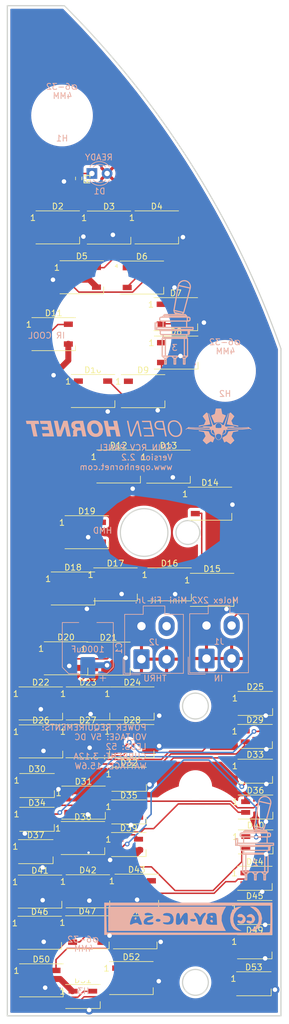
<source format=kicad_pcb>
(kicad_pcb (version 20211014) (generator pcbnew)
  (layers (0 "F.Cu" signal) (31 "B.Cu" signal) (34 "B.Paste" user) (35 "F.Paste" user) (36 "B.SilkS" user "B.Silkscreen") (37 "F.SilkS" user "F.Silkscreen") (38 "B.Mask" user) (39 "F.Mask" user) (44 "Edge.Cuts" user))
  (net 0 "")
  (net 1 "/LEDGND")
  (net 2 "/LED+5V")
  (net 3 "Net-(D1-Pad1)")
  (net 4 "Net-(D2-Pad2)")
  (net 5 "/DATAIN")
  (net 6 "Net-(D3-Pad2)")
  (net 7 "Net-(D4-Pad2)")
  (net 8 "Net-(D5-Pad2)")
  (net 9 "Net-(D6-Pad2)")
  (net 10 "Net-(D7-Pad2)")
  (net 11 "Net-(D8-Pad2)")
  (net 12 "Net-(D10-Pad4)")
  (net 13 "Net-(D10-Pad2)")
  (net 14 "Net-(D11-Pad2)")
  (net 15 "Net-(D12-Pad2)")
  (net 16 "Net-(D14-Pad2)")
  (net 17 "Net-(D15-Pad2)")
  (net 18 "Net-(D16-Pad2)")
  (net 19 "Net-(D17-Pad2)")
  (net 20 "Net-(D18-Pad2)")
  (net 21 "Net-(D19-Pad2)")
  (net 22 "Net-(D20-Pad2)")
  (net 23 "Net-(D21-Pad2)")
  (net 24 "Net-(D22-Pad2)")
  (net 25 "Net-(D23-Pad2)")
  (net 26 "Net-(D24-Pad2)")
  (net 27 "Net-(D26-Pad2)")
  (net 28 "Net-(D27-Pad2)")
  (net 29 "Net-(D28-Pad2)")
  (net 30 "Net-(D29-Pad2)")
  (net 31 "Net-(D30-Pad2)")
  (net 32 "Net-(D31-Pad2)")
  (net 33 "Net-(D32-Pad2)")
  (net 34 "Net-(D33-Pad2)")
  (net 35 "Net-(D34-Pad2)")
  (net 36 "Net-(D35-Pad2)")
  (net 37 "Net-(D36-Pad2)")
  (net 38 "/DATAOUT")
  (net 39 "Net-(D38-Pad2)")
  (net 40 "Net-(D39-Pad2)")
  (net 41 "Net-(D40-Pad2)")
  (net 42 "Net-(D41-Pad2)")
  (net 43 "Net-(D42-Pad2)")
  (net 44 "Net-(D43-Pad2)")
  (net 45 "Net-(D44-Pad2)")
  (net 46 "Net-(D45-Pad2)")
  (net 47 "Net-(D46-Pad2)")
  (net 48 "Net-(D47-Pad2)")
  (net 49 "Net-(D48-Pad2)")
  (net 50 "Net-(D50-Pad2)")
  (net 51 "Net-(D51-Pad2)")
  (net 52 "Net-(D52-Pad2)")
  (net 53 "Net-(D53-Pad2)")
  (net 54 "Net-(D13-Pad2)")
  (net 55 "Net-(D25-Pad2)")
  (net 56 "Net-(D37-Pad2)")
  (net 57 "Net-(D49-Pad2)")
  (footprint "OH_Footprints:LED_WS2812B_PLCC4_5.0x5.0mm_P3.2mm" (layer "F.Cu") (at 239.051 30.4798)
    (fp_text reference "D2")
    (fp_text value "WS2812B")
  )
  (footprint "OH_Footprints:LED_WS2812B_PLCC4_5.0x5.0mm_P3.2mm" (layer "F.Cu") (at 247.611 30.5056)
    (fp_text reference "D3")
    (fp_text value "WS2812B")
  )
  (footprint "OH_Footprints:LED_WS2812B_PLCC4_5.0x5.0mm_P3.2mm" (layer "F.Cu") (at 255.589 30.4802)
    (fp_text reference "D4")
    (fp_text value "WS2812B")
  )
  (footprint "OH_Footprints:LED_WS2812B_PLCC4_5.0x5.0mm_P3.2mm" (layer "F.Cu") (at 243.066 38.7856)
    (fp_text reference "D5")
    (fp_text value "WS2812B")
  )
  (footprint "OH_Footprints:LED_WS2812B_PLCC4_5.0x5.0mm_P3.2mm" (layer "F.Cu") (at 253.099 38.8368)
    (fp_text reference "D6")
    (fp_text value "WS2812B")
  )
  (footprint "OH_Footprints:LED_WS2812B_PLCC4_5.0x5.0mm_P3.2mm" (layer "F.Cu") (at 258.775 44.9326)
    (fp_text reference "D7")
    (fp_text value "WS2812B")
  )
  (footprint "OH_Footprints:LED_WS2812B_PLCC4_5.0x5.0mm_P3.2mm" (layer "F.Cu") (at 258.838 51.3336)
    (fp_text reference "D8")
    (fp_text value "WS2812B")
  )
  (footprint "OH_Footprints:LED_WS2812B_PLCC4_5.0x5.0mm_P3.2mm" (layer "F.Cu") (at 253.303 57.7598)
    (fp_text reference "D9")
    (fp_text value "WS2812B")
  )
  (footprint "OH_Footprints:LED_WS2812B_PLCC4_5.0x5.0mm_P3.2mm" (layer "F.Cu") (at 244.944 57.734)
    (fp_text reference "D10")
    (fp_text value "WS2812B")
  )
  (footprint "OH_Footprints:LED_WS2812B_PLCC4_5.0x5.0mm_P3.2mm" (layer "F.Cu") (at 238.367 48.2598)
    (fp_text reference "D11")
    (fp_text value "WS2812B")
  )
  (footprint "OH_Footprints:LED_WS2812B_PLCC4_5.0x5.0mm_P3.2mm" (layer "F.Cu") (at 249.213 70.307)
    (fp_text reference "D12")
    (fp_text value "WS2812B")
  )
  (footprint "OH_Footprints:LED_WS2812B_PLCC4_5.0x5.0mm_P3.2mm" (layer "F.Cu") (at 257.544 70.3324)
    (fp_text reference "D13")
    (fp_text value "WS2812B")
  )
  (footprint "OH_Footprints:LED_WS2812B_PLCC4_5.0x5.0mm_P3.2mm" (layer "F.Cu") (at 264.479 76.5046)
    (fp_text reference "D14")
    (fp_text value "WS2812B")
  )
  (footprint "OH_Footprints:LED_WS2812B_PLCC4_5.0x5.0mm_P3.2mm" (layer "F.Cu") (at 264.834 90.8556)
    (fp_text reference "D15")
    (fp_text value "WS2812B")
  )
  (footprint "OH_Footprints:LED_WS2812B_PLCC4_5.0x5.0mm_P3.2mm" (layer "F.Cu") (at 257.73 89.95)
    (fp_text reference "D16")
    (fp_text value "WS2812B")
  )
  (footprint "OH_Footprints:LED_WS2812B_PLCC4_5.0x5.0mm_P3.2mm" (layer "F.Cu") (at 248.69 89.95)
    (fp_text reference "D17")
    (fp_text value "WS2812B")
  )
  (footprint "OH_Footprints:LED_WS2812B_PLCC4_5.0x5.0mm_P3.2mm" (layer "F.Cu") (at 241.593 90.627)
    (fp_text reference "D18")
    (fp_text value "WS2812B")
  )
  (footprint "OH_Footprints:LED_WS2812B_PLCC4_5.0x5.0mm_P3.2mm" (layer "F.Cu") (at 243.902 81.2544)
    (fp_text reference "D19")
    (fp_text value "WS2812B")
  )
  (footprint "OH_Footprints:LED_WS2812B_PLCC4_5.0x5.0mm_P3.2mm" (layer "F.Cu") (at 240.425 102.26)
    (fp_text reference "D20")
    (fp_text value "WS2812B")
  )
  (footprint "OH_Footprints:LED_WS2812B_PLCC4_5.0x5.0mm_P3.2mm" (layer "F.Cu") (at 247.511 102.311)
    (fp_text reference "D21")
    (fp_text value "WS2812B")
  )
  (footprint "OH_Footprints:LED_WS2812B_PLCC4_5.0x5.0mm_P3.2mm" (layer "F.Cu") (at 236.208 109.779)
    (fp_text reference "D22")
    (fp_text value "WS2812B")
  )
  (footprint "OH_Footprints:LED_WS2812B_PLCC4_5.0x5.0mm_P3.2mm" (layer "F.Cu") (at 244.094 109.779)
    (fp_text reference "D23")
    (fp_text value "WS2812B")
  )
  (footprint "OH_Footprints:LED_WS2812B_PLCC4_5.0x5.0mm_P3.2mm" (layer "F.Cu") (at 251.499 109.779)
    (fp_text reference "D24")
    (fp_text value "WS2812B")
  )
  (footprint "OH_Footprints:LED_WS2812B-MINI_PLCC4_3.5x3.5mm_P1.75mm" (layer "F.Cu") (at 272.05 109.775)
    (fp_text reference "D25")
    (fp_text value "WS2812B")
  )
  (footprint "OH_Footprints:LED_WS2812B_PLCC4_5.0x5.0mm_P3.2mm" (layer "F.Cu") (at 236.234 116.103)
    (fp_text reference "D26")
    (fp_text value "WS2812B")
  )
  (footprint "OH_Footprints:LED_WS2812B_PLCC4_5.0x5.0mm_P3.2mm" (layer "F.Cu") (at 244.057 116.078)
    (fp_text reference "D27")
    (fp_text value "WS2812B")
  )
  (footprint "OH_Footprints:LED_WS2812B_PLCC4_5.0x5.0mm_P3.2mm" (layer "F.Cu") (at 251.474 116.053)
    (fp_text reference "D28")
    (fp_text value "WS2812B")
  )
  (footprint "OH_Footprints:LED_WS2812B-MINI_PLCC4_3.5x3.5mm_P1.75mm" (layer "F.Cu") (at 272.006 115.277)
    (fp_text reference "D29")
    (fp_text value "WS2812B")
  )
  (footprint "OH_Footprints:LED_WS2812B-MINI_PLCC4_3.5x3.5mm_P1.75mm" (layer "F.Cu") (at 235.588 123.455)
    (fp_text reference "D30")
    (fp_text value "WS2812B")
  )
  (footprint "OH_Footprints:LED_WS2812B_PLCC4_5.0x5.0mm_P3.2mm" (layer "F.Cu") (at 243.35 126.3)
    (fp_text reference "D31")
    (fp_text value "WS2812B")
  )
  (footprint "OH_Footprints:LED_WS2812B-MINI_PLCC4_3.5x3.5mm_P1.75mm" (layer "F.Cu") (at 250.955 122.414)
    (fp_text reference "D32")
    (fp_text value "WS2812B")
  )
  (footprint "OH_Footprints:LED_WS2812B-MINI_PLCC4_3.5x3.5mm_P1.75mm" (layer "F.Cu") (at 272.037 121.068)
    (fp_text reference "D33")
    (fp_text value "WS2812B")
  )
  (footprint "OH_Footprints:LED_WS2812B-MINI_PLCC4_3.5x3.5mm_P1.75mm" (layer "F.Cu") (at 235.573 129.083)
    (fp_text reference "D34")
    (fp_text value "WS2812B")
  )
  (footprint "OH_Footprints:LED_WS2812B-MINI_PLCC4_3.5x3.5mm_P1.75mm" (layer "F.Cu") (at 250.929 127.85)
    (fp_text reference "D35")
    (fp_text value "WS2812B")
  )
  (footprint "OH_Footprints:LED_WS2812B-MINI_PLCC4_3.5x3.5mm_P1.75mm" (layer "F.Cu") (at 272.087 127.037)
    (fp_text reference "D36")
    (fp_text value "WS2812B")
  )
  (footprint "OH_Footprints:LED_WS2812B-MINI_PLCC4_3.5x3.5mm_P1.75mm" (layer "F.Cu") (at 235.368 134.467)
    (fp_text reference "D37")
    (fp_text value "WS2812B")
  )
  (footprint "OH_Footprints:R_0603_1608Metric" (layer "F.Cu") (at 242.545 22.3266 -90)
    (fp_text reference "R1")
    (fp_text value "R")
  )
  (footprint "OH_Footprints:LED_WS2812B_PLCC4_5.0x5.0mm_P3.2mm" (layer "F.Cu") (at 243.25 132.2)
    (fp_text reference "D38")
    (fp_text value "WS2812B")
  )
  (footprint "OH_Footprints:LED_WS2812B-MINI_PLCC4_3.5x3.5mm_P1.75mm" (layer "F.Cu") (at 250.904 133.285)
    (fp_text reference "D39")
    (fp_text value "WS2812B")
  )
  (footprint "OH_Footprints:LED_WS2812B-MINI_PLCC4_3.5x3.5mm_P1.75mm" (layer "F.Cu") (at 272.11 132.842)
    (fp_text reference "D40")
    (fp_text value "WS2812B")
  )
  (footprint "OH_Footprints:LED_WS2812B_PLCC4_5.0x5.0mm_P3.2mm" (layer "F.Cu") (at 236.081 141.122)
    (fp_text reference "D41")
    (fp_text value "WS2812B")
  )
  (footprint "OH_Footprints:LED_WS2812B_PLCC4_5.0x5.0mm_P3.2mm" (layer "F.Cu") (at 244.08 141.071)
    (fp_text reference "D42")
    (fp_text value "WS2812B")
  )
  (footprint "OH_Footprints:LED_WS2812B_PLCC4_5.0x5.0mm_P3.2mm" (layer "F.Cu") (at 252.247 140.97)
    (fp_text reference "D43")
    (fp_text value "WS2812B")
  )
  (footprint "OH_Footprints:LED_WS2812B-MINI_PLCC4_3.5x3.5mm_P1.75mm" (layer "F.Cu") (at 271.972 138.912)
    (fp_text reference "D44")
    (fp_text value "WS2812B")
  )
  (footprint "OH_Footprints:LED_WS2812B-MINI_PLCC4_3.5x3.5mm_P1.75mm" (layer "F.Cu") (at 271.958 144.602)
    (fp_text reference "D45")
    (fp_text value "WS2812B")
  )
  (footprint "OH_Footprints:LED_WS2812B_PLCC4_5.0x5.0mm_P3.2mm" (layer "F.Cu") (at 236.028 147.981)
    (fp_text reference "D46")
    (fp_text value "WS2812B")
  )
  (footprint "OH_Footprints:LED_WS2812B_PLCC4_5.0x5.0mm_P3.2mm" (layer "F.Cu") (at 243.981 147.904)
    (fp_text reference "D47")
    (fp_text value "WS2812B")
  )
  (footprint "OH_Footprints:LED_WS2812B_PLCC4_5.0x5.0mm_P3.2mm" (layer "F.Cu") (at 251.982 147.904)
    (fp_text reference "D48")
    (fp_text value "WS2812B")
  )
  (footprint "OH_Footprints:LED_WS2812B-MINI_PLCC4_3.5x3.5mm_P1.75mm" (layer "F.Cu") (at 271.946 150.317)
    (fp_text reference "D49")
    (fp_text value "WS2812B")
  )
  (footprint "OH_Footprints:LED_WS2812B_PLCC4_5.0x5.0mm_P3.2mm" (layer "F.Cu") (at 236.308 155.905)
    (fp_text reference "D50")
    (fp_text value "WS2812B")
  )
  (footprint "OH_Footprints:LED_WS2812B-MINI_PLCC4_3.5x3.5mm_P1.75mm" (layer "F.Cu") (at 243.244 158.597)
    (fp_text reference "D51")
    (fp_text value "WS2812B")
  )
  (footprint "OH_Footprints:LED_WS2812B_PLCC4_5.0x5.0mm_P3.2mm" (layer "F.Cu") (at 251.347 155.524)
    (fp_text reference "D52")
    (fp_text value "WS2812B")
  )
  (footprint "OH_Footprints:LED_WS2812B-MINI_PLCC4_3.5x3.5mm_P1.75mm" (layer "F.Cu") (at 271.808 156.475)
    (fp_text reference "D53")
    (fp_text value "WS2812B")
  )
  (footprint "Kicad Footprint Files:100SpxToggle" (layer "F.Cu") (at 259.131 47.6504)
    (fp_text reference "G1" hide)
    (fp_text value "LOGO" hide)
  )
  (footprint "OH_Backlighting:100SPX_Toggle_13mm_x_18mm" (layer "F.Cu") (at 262.053623 133.215091 180)
    (fp_text reference "REF**" hide)
    (fp_text value "100SPX_Toggle_13mm_x_18mm" hide)
  )
  (footprint "OH_Backlighting:100SPX_Toggle_13mm_x_18mm" (layer "F.Cu") (at 248.083623 48.284936 180)
    (fp_text reference "REF**" hide)
    (fp_text value "100SPX_Toggle_13mm_x_18mm" hide)
  )
  (footprint "OH_Backlighting:OH_Panel_6-32_PHS" (layer "F.Cu") (at 239.765123 11.835936)
    (fp_text reference "REF**" hide)
    (fp_text value "OH_Panel_Fastner_Keepout" hide)
  )
  (footprint "OH_Backlighting:OH_Panel_6-32_PHS" (layer "F.Cu") (at 267.006623 54.380936)
    (fp_text reference "REF**" hide)
    (fp_text value "OH_Panel_Fastner_Keepout" hide)
  )
  (footprint "OH_Backlighting:OH_Panel_6-32_PHS" (layer "F.Cu") (at 243.321123 153.885436)
    (fp_text reference "REF**" hide)
    (fp_text value "OH_Panel_Fastner_Keepout" hide)
  )
  (footprint "OH_Backlighting:100SP1_Toggle_Silkscreen" (layer "F.Cu") (at 272.575 133.575)
    (fp_text reference "G***" hide)
    (fp_text value "100SP1 Toggle" hide)
  )
  (footprint "OH_Footprints:CP_Elec_8x10" (layer "B.Cu") (at 244.069 100.559 90)
    (fp_text reference "C1")
    (fp_text value "C_Polarized")
  )
  (footprint "OH_Footprints:LED_D3.0mm" (layer "B.Cu") (at 244.754 21.5)
    (fp_text reference "D1")
    (fp_text value "LED")
  )
  (footprint "OH_Footprints:Molex_Mini-Fit_Jr_5566-04A_2x02_P4.20mm_Vertical" (layer "B.Cu") (at 263.9 102.3)
    (fp_text reference "J1")
    (fp_text value "Conn_01x04_Female")
  )
  (footprint "OH_Footprints:Molex_Mini-Fit_Jr_5566-04A_2x02_P4.20mm_Vertical" (layer "B.Cu") (at 253.035 102.4)
    (fp_text reference "J2")
    (fp_text value "Conn_01x04_Female")
  )
  (footprint "OH_General:CC-BY-NC-SA-Small" (layer "B.Cu") (at 260.95 145.65 180)
    (fp_text reference "G***" hide)
    (fp_text value "LOGO" hide)
  )
  (footprint "OH_General:OH_LOGO_37.7mm_5.9mm" (layer "B.Cu") (at 252.5776 63.627 180)
    (fp_text reference "G***" hide)
    (fp_text value "LOGO" hide)
  )
  (gr_circle (center 253.481123 81.304936) (end 257.449873 81.304936) (layer "Edge.Cuts") (width 0.2) (fill none))
  (gr_arc (start 240.146123 -6.452064) (mid 261.454647 20.089288) (end 276.341123 50.697937) (layer "Edge.Cuts") (width 0.2))
  (gr_line (start 230.621123 -6.452064) (end 230.621123 161.822936) (layer "Edge.Cuts") (width 0.2))
  (gr_circle (center 260.78224 81.304936) (end 262.766615 81.304936) (layer "Edge.Cuts") (width 0.2) (fill none))
  (gr_circle (center 262.053623 156.24019) (end 264.206273 156.24019) (layer "Edge.Cuts") (width 0.2) (fill none))
  (gr_line (start 240.146123 -6.452064) (end 230.621123 -6.452064) (layer "Edge.Cuts") (width 0.2))
  (gr_circle (center 262.053623 110.215391) (end 264.206273 110.215391) (layer "Edge.Cuts") (width 0.2) (fill none))
  (gr_line (start 230.621123 161.822936) (end 276.341123 161.822936) (layer "Edge.Cuts") (width 0.2))
  (gr_line (start 276.341123 161.822936) (end 276.341123 50.697936) (layer "Edge.Cuts") (width 0.2))
  (gr_text "3" (at 258.572 50.5206) (layer "B.SilkS") (effects (font (size 1 1)) (justify mirror)))
  (gr_text "HMD" (at 246.5324 80.9752) (layer "B.SilkS") (effects (font (size 1 1)) (justify mirror)))
  (gr_text "THRU" (at 255.3 105.6) (layer "B.SilkS") (effects (font (size 1 1)) (justify mirror)))
  (gr_text "READY" (at 245.9228 18.8) (layer "B.SilkS") (effects (font (size 1 1)) (justify mirror)))
  (gr_text "POWER REQUIREMENTS:\nVOLTAGE: 5V DC\nLEDS: 52\nCURRENT: 3.12A\nWATTAGE: 15.6W" (at 253.9746 116.9924) (layer "B.SilkS") (effects (font (size 1 1)) (justify left mirror)))
  (gr_text "Molex 2X2 Mini-Fit Jr." (at 260.6 92.6) (layer "B.SilkS") (effects (font (size 1 1)) (justify mirror)))
  (gr_text "1000uF" (at 244.0686 100.7618) (layer "B.SilkS") (effects (font (size 1 1)) (justify mirror)))
  (gr_text "IN" (at 265.9 105.6) (layer "B.SilkS") (effects (font (size 1 1)) (justify mirror)))
  (gr_text "SPIN RCV PANEL\nVersion 2.2\nwww.openhornet.com" (at 258.318 68.7832) (layer "B.SilkS") (effects (font (size 1 1)) (justify left mirror)))
  (gr_text "IR COOL" (at 237.1852 48.4886) (layer "B.SilkS") (effects (font (size 1 1)) (justify mirror)))
  (segment (start 273.837 129.463) (end 273.837 129.463) (width 1) (layer "F.Cu") (net 1))
  (segment (start 273.9 123.2) (end 273.787 123.087) (width 1) (layer "F.Cu") (net 1))
  (segment (start 273.9 117.4) (end 273.756 117.256) (width 1) (layer "F.Cu") (net 1))
  (segment (start 273.8 111.8) (end 273.8 111.8) (width 1) (layer "F.Cu") (net 1))
  (segment (start 233.55 131.45) (end 233.55 131.45) (width 1) (layer "F.Cu") (net 1))
  (segment (start 244.2 134.631738) (end 244.2 134.631738) (width 1) (layer "F.Cu") (net 1))
  (segment (start 273.2 141.15) (end 273.2 141.15) (width 1) (layer "F.Cu") (net 1))
  (segment (start 273.7 146.65) (end 273.708 146.642) (width 1) (layer "F.Cu") (net 1))
  (segment (start 273.696 152.246) (end 273.696 152.246) (width 1) (layer "F.Cu") (net 1))
  (segment (start 273.86 134.89) (end 273.86 134.99) (width 1) (layer "F.Cu") (net 1))
  (segment (start 254.389 123.289) (end 254.389 123.289) (width 1) (layer "F.Cu") (net 1))
  (segment (start 247.4 61.15) (end 247.394 61.144) (width 1) (layer "F.Cu") (net 1))
  (segment (start 255.75 60.95) (end 255.753 60.947) (width 1) (layer "F.Cu") (net 1))
  (segment (start 247.8 135.85) (end 247.8 135.85) (width 1) (layer "F.Cu") (net 1))
  (segment (start 251.275 130.025) (end 251.15 130.15) (width 1) (layer "F.Cu") (net 1))
  (segment (start 258.55 40.5) (end 258.4868 40.4368) (width 1) (layer "F.Cu") (net 1))
  (segment (start 238.35 55.1) (end 238.35 55.1) (width 1) (layer "F.Cu") (net 1))
  (segment (start 238.25 39.2) (end 238.264401 39.185599) (width 1) (layer "F.Cu") (net 1))
  (segment (start 259.55 51.9) (end 259.6 51.9) (width 1) (layer "F.Cu") (net 1))
  (segment (start 247.7 148.45) (end 247.7 148.45) (width 1) (layer "F.Cu") (net 1))
  (segment (start 236.22 110.744) (end 236.22 110.744) (width 0.75) (layer "F.Cu") (net 1))
  (segment (start 249.72 91.55) (end 249.72 91.55) (width 1) (layer "F.Cu") (net 1))
  (segment (start 258.66 91.57) (end 258.68 91.55) (width 1) (layer "F.Cu") (net 1))
  (segment (start 244.9279 111.5448) (end 245.0937 111.379) (width 1) (layer "F.Cu") (net 1))
  (segment (start 238.658 111.379) (end 238.379 111.379) (width 0.75) (layer "F.Cu") (net 1))
  (segment (start 273.696 151.192) (end 273.696 152.246) (width 1) (layer "F.Cu") (net 1))
  (segment (start 275.1732 157.4649) (end 275.0583 157.35) (width 1) (layer "F.Cu") (net 1))
  (segment (start 245.031738 133.8) (end 244.2 134.631738) (width 1) (layer "F.Cu") (net 1))
  (segment (start 246.53 142.671) (end 245.0797 142.671) (width 1) (layer "F.Cu") (net 1))
  (segment (start 273.837 127.912) (end 273.837 129.463) (width 1) (layer "F.Cu") (net 1))
  (segment (start 244.2861 160.855) (end 244.2861 160.1799) (width 1) (layer "F.Cu") (net 1))
  (segment (start 245.0309 142.6222) (end 245.0797 142.671) (width 1) (layer "F.Cu") (net 1))
  (segment (start 251.15 135.85) (end 247.8 135.85) (width 1) (layer "F.Cu") (net 1))
  (segment (start 240.817 52.633) (end 238.35 55.1) (width 1) (layer "F.Cu") (net 1))
  (segment (start 245.7 133.8) (end 245.031738 133.8) (width 1) (layer "F.Cu") (net 1))
  (segment (start 273.86 133.717) (end 273.86 134.89) (width 1) (layer "F.Cu") (net 1))
  (segment (start 273.722 140.628) (end 273.2 141.15) (width 1) (layer "F.Cu") (net 1))
  (segment (start 273.558 157.35) (end 275.0583 157.35) (width 1) (layer "F.Cu") (net 1))
  (segment (start 236.7044 149.4861) (end 236.7993 149.581) (width 1) (layer "F.Cu") (net 1))
  (segment (start 253.797 157.124) (end 254.8493 157.124) (width 1) (layer "F.Cu") (net 1))
  (segment (start 261.288 52.9336) (end 260.6336 52.9336) (width 1) (layer "F.Cu") (net 1))
  (segment (start 236.308002 129.958) (end 234.816002 131.45) (width 1) (layer "F.Cu") (net 1))
  (segment (start 240.0878 22.8304) (end 242.2613 22.8304) (width 1) (layer "F.Cu") (net 1))
  (segment (start 244.5412 117.1625) (end 245.0567 117.678) (width 1) (layer "F.Cu") (net 1))
  (segment (start 248.2616 31.7168) (end 248.6107 32.0659) (width 1) (layer "F.Cu") (net 1))
  (segment (start 256.0035 111.8143) (end 255.8346 111.8143) (width 1) (layer "F.Cu") (net 1))
  (segment (start 238.684 117.703) (end 237.2337 117.703) (width 1) (layer "F.Cu") (net 1))
  (segment (start 236.855 111.379) (end 236.22 110.744) (width 0.75) (layer "F.Cu") (net 1))
  (segment (start 236.7993 149.581) (end 238.478 149.581) (width 1) (layer "F.Cu") (net 1))
  (segment (start 267.2442 94.0528) (end 267.284 94.013) (width 1) (layer "F.Cu") (net 1))
  (segment (start 237.2125 117.6818) (end 237.2337 117.703) (width 1) (layer "F.Cu") (net 1))
  (segment (start 242.875 103.86) (end 241.4247 103.86) (width 1) (layer "F.Cu") (net 1))
  (segment (start 260.18 91.55) (end 258.66 91.57) (width 1) (layer "F.Cu") (net 1))
  (segment (start 273.708 145.477) (end 273.7 146.65) (width 1) (layer "F.Cu") (net 1))
  (segment (start 246.431 149.504) (end 246.646 149.504) (width 1) (layer "F.Cu") (net 1))
  (segment (start 236.5268 142.5531) (end 236.9118 142.5531) (width 1) (layer "F.Cu") (net 1))
  (segment (start 252.306 142.4771) (end 253.1538 142.4771) (width 1) (layer "F.Cu") (net 1))
  (segment (start 252.679 128.725) (end 252.575 128.725) (width 1) (layer "F.Cu") (net 1))
  (segment (start 251.14 91.55) (end 249.72 91.55) (width 1) (layer "F.Cu") (net 1))
  (segment (start 247.394 59.334) (end 247.4 61.15) (width 1) (layer "F.Cu") (net 1))
  (segment (start 237.3219 157.505) (end 236.9458 157.1289) (width 1) (layer "F.Cu") (net 1))
  (segment (start 253.1538 142.4771) (end 253.2467 142.57) (width 1) (layer "F.Cu") (net 1))
  (segment (start 243.331 32.0172) (end 243.0139 32.0172) (width 1) (layer "F.Cu") (net 1))
  (segment (start 259.994 71.9324) (end 258.5437 71.9324) (width 1) (layer "F.Cu") (net 1))
  (segment (start 273.722 139.787) (end 273.722 140.628) (width 1) (layer "F.Cu") (net 1))
  (segment (start 237.118 136.4941) (end 236.5214 137.0907) (width 1) (layer "F.Cu") (net 1))
  (segment (start 275.3445 157.4649) (end 275.1732 157.4649) (width 1) (layer "F.Cu") (net 1))
  (segment (start 244.1272 82.0828) (end 244.1301 82.0828) (width 1) (layer "F.Cu") (net 1))
  (segment (start 236.9118 142.5531) (end 237.0807 142.722) (width 1) (layer "F.Cu") (net 1))
  (segment (start 241.501 32.0798) (end 242.9513 32.0798) (width 1) (layer "F.Cu") (net 1))
  (segment (start 244.2861 160.1799) (end 244.994 159.472) (width 1) (layer "F.Cu") (net 1))
  (segment (start 256.245 149.5016) (end 255.8847 149.5016) (width 1) (layer "F.Cu") (net 1))
  (segment (start 255.8847 149.5016) (end 255.8823 149.504) (width 1) (layer "F.Cu") (net 1))
  (segment (start 242.2613 22.8304) (end 242.545 23.1141) (width 1) (layer "F.Cu") (net 1))
  (segment (start 252.84 134.16) (end 251.15 135.85) (width 1) (layer "F.Cu") (net 1))
  (segment (start 244.315999 39.185599) (end 239.185599 39.185599) (width 1) (layer "F.Cu") (net 1))
  (segment (start 251.663 71.907) (end 251.663 73.9109) (width 1) (layer "F.Cu") (net 1))
  (segment (start 255.549 40.4368) (end 258.55 40.5) (width 1) (layer "F.Cu") (net 1))
  (segment (start 237.338 124.33) (end 238.8383 124.33) (width 1) (layer "F.Cu") (net 1))
  (segment (start 268.3793 76.8105) (end 268.3793 78.1046) (width 1) (layer "F.Cu") (net 1))
  (segment (start 237.323 129.958) (end 236.308002 129.958) (width 1) (layer "F.Cu") (net 1))
  (segment (start 244.5374 111.5448) (end 244.9279 111.5448) (width 1) (layer "F.Cu") (net 1))
  (segment (start 238.758 157.505) (end 237.3219 157.505) (width 1) (layer "F.Cu") (net 1))
  (segment (start 234.816002 131.45) (end 233.55 131.45) (width 1) (layer "F.Cu") (net 1))
  (segment (start 252.654 134.16) (end 252.84 134.16) (width 1) (layer "F.Cu") (net 1))
  (segment (start 246.646 149.504) (end 247.7 148.45) (width 1) (layer "F.Cu") (net 1))
  (segment (start 254.697 142.57) (end 253.2467 142.57) (width 1) (layer "F.Cu") (net 1))
  (segment (start 250.061 32.1056) (end 248.6107 32.1056) (width 1) (layer "F.Cu") (net 1))
  (segment (start 250.3985 102.1812) (end 250.3985 103.4735) (width 1) (layer "F.Cu") (net 1))
  (segment (start 266.929 78.1046) (end 268.3793 78.1046) (width 1) (layer "F.Cu") (net 1))
  (segment (start 241.0963 103.5316) (end 241.4247 103.86) (width 1) (layer "F.Cu") (net 1))
  (segment (start 258.039 32.0802) (end 259.4893 32.0802) (width 1) (layer "F.Cu") (net 1))
  (segment (start 260.6336 52.9336) (end 259.55 51.9) (width 1) (layer "F.Cu") (net 1))
  (segment (start 267.284 94.013) (end 267.284 92.4556) (width 1) (layer "F.Cu") (net 1))
  (segment (start 243.0139 32.0172) (end 242.9513 32.0798) (width 1) (layer "F.Cu") (net 1))
  (segment (start 243.9145 92.3555) (end 244.043 92.227) (width 1) (layer "F.Cu") (net 1))
  (segment (start 239.1622 124.0711) (end 239.0972 124.0711) (width 1) (layer "F.Cu") (net 1))
  (segment (start 254.8493 157.124) (end 255.9275 156.0458) (width 1) (layer "F.Cu") (net 1))
  (segment (start 254.432 149.504) (end 255.8823 149.504) (width 1) (layer "F.Cu") (net 1))
  (segment (start 259.9618 32.1029) (end 259.512 32.1029) (width 1) (layer "F.Cu") (net 1))
  (segment (start 259.512 32.1029) (end 259.4893 32.0802) (width 1) (layer "F.Cu") (net 1))
  (segment (start 238.531 142.722) (end 237.0807 142.722) (width 1) (layer "F.Cu") (net 1))
  (segment (start 248.6107 32.0659) (end 248.6107 32.1056) (width 1) (layer "F.Cu") (net 1))
  (segment (start 255.753 59.3598) (end 255.75 60.95) (width 1) (layer "F.Cu") (net 1))
  (segment (start 250.3985 103.4735) (end 249.961 103.911) (width 1) (layer "F.Cu") (net 1))
  (segment (start 236.6617 117.6818) (end 237.2125 117.6818) (width 1) (layer "F.Cu") (net 1))
  (segment (start 258.3566 72.1195) (end 258.5437 71.9324) (width 1) (layer "F.Cu") (net 1))
  (segment (start 273.756 116.152) (end 273.9 117.4) (width 1) (layer "F.Cu") (net 1))
  (segment (start 252.705 123.289) (end 254.389 123.289) (width 1) (layer "F.Cu") (net 1))
  (segment (start 244.1301 82.0828) (end 244.9017 82.8544) (width 1) (layer "F.Cu") (net 1))
  (segment (start 245.8 127.9) (end 244.4425 127.9) (width 1) (layer "F.Cu") (net 1))
  (segment (start 243.9145 94.0211) (end 243.9145 92.3555) (width 1) (layer "F.Cu") (net 1))
  (segment (start 239.0972 124.0711) (end 238.8383 124.33) (width 1) (layer "F.Cu") (net 1))
  (segment (start 246.507 117.678) (end 245.0567 117.678) (width 1) (layer "F.Cu") (net 1))
  (segment (start 255.8346 111.8143) (end 255.3993 111.379) (width 1) (layer "F.Cu") (net 1))
  (segment (start 246.352 82.8544) (end 244.9017 82.8544) (width 1) (layer "F.Cu") (net 1))
  (segment (start 253.924 117.653) (end 255.2028 117.653) (width 1) (layer "F.Cu") (net 1))
  (segment (start 244.3762 117.1625) (end 244.5412 117.1625) (width 1) (layer "F.Cu") (net 1))
  (segment (start 238.379 111.379) (end 238.252 111.252) (width 0.75) (layer "F.Cu") (net 1))
  (segment (start 268.2335 76.6647) (end 268.3793 76.8105) (width 1) (layer "F.Cu") (net 1))
  (segment (start 237.118 135.342) (end 237.118 136.4941) (width 1) (layer "F.Cu") (net 1))
  (segment (start 273.8 110.65) (end 273.8 111.8) (width 1) (layer "F.Cu") (net 1))
  (segment (start 273.787 121.943) (end 273.9 123.2) (width 1) (layer "F.Cu") (net 1))
  (segment (start 245.516 40.3856) (end 244.315999 39.185599) (width 1) (layer "F.Cu") (net 1))
  (segment (start 238.658 111.379) (end 236.855 111.379) (width 0.75) (layer "F.Cu") (net 1))
  (segment (start 244.3265 142.6222) (end 245.0309 142.6222) (width 1) (layer "F.Cu") (net 1))
  (segment (start 263.2746 46.5326) (end 263.4682 46.339) (width 1) (layer "F.Cu") (net 1))
  (segment (start 240.817 49.8598) (end 240.817 52.633) (width 1) (layer "F.Cu") (net 1))
  (segment (start 252.575 128.725) (end 251.275 130.025) (width 1) (layer "F.Cu") (net 1))
  (segment (start 244.4425 127.9) (end 244.0675 128.275) (width 1) (layer "F.Cu") (net 1))
  (segment (start 246.544 111.379) (end 245.0937 111.379) (width 1) (layer "F.Cu") (net 1))
  (segment (start 253.949 111.379) (end 255.3993 111.379) (width 1) (layer "F.Cu") (net 1))
  (segment (start 240.9684 103.5316) (end 241.0963 103.5316) (width 1) (layer "F.Cu") (net 1))
  (segment (start 258.276 72.1195) (end 258.3566 72.1195) (width 1) (layer "F.Cu") (net 1))
  (segment (start 255.2028 117.653) (end 255.991 116.8648) (width 1) (layer "F.Cu") (net 1))
  (segment (start 251.663 73.9109) (end 251.5679 74.006) (width 1) (layer "F.Cu") (net 1))
  (segment (start 261.225 46.5326) (end 263.2746 46.5326) (width 1) (layer "F.Cu") (net 1))
  (segment (start 239.185599 39.185599) (end 238.25 39.2) (width 1) (layer "F.Cu") (net 1))
  (via (at 273.9 117.4) (size 1.5) (drill 0.75) (layers "F.Cu" "B.Cu") (net 1))
  (via (at 255.9275 156.0458) (size 1.5) (drill 0.75) (layers "F.Cu" "B.Cu") (net 1))
  (via (at 244.3762 117.1625) (size 1.5) (drill 0.75) (layers "F.Cu" "B.Cu") (net 1))
  (via (at 256.245 149.5016) (size 1.5) (drill 0.75) (layers "F.Cu" "B.Cu") (net 1))
  (via (at 273.8 111.8) (size 1.5) (drill 0.75) (layers "F.Cu" "B.Cu") (net 1))
  (via (at 275.3445 157.4649) (size 1.5) (drill 0.75) (layers "F.Cu" "B.Cu") (net 1))
  (via (at 243.9145 94.0211) (size 1.5) (drill 0.75) (layers "F.Cu" "B.Cu") (net 1))
  (via (at 259.55 51.9) (size 1.5) (drill 0.75) (layers "F.Cu" "B.Cu") (net 1))
  (via (at 249.72 91.55) (size 1.5) (drill 0.75) (layers "F.Cu" "B.Cu") (net 1))
  (via (at 267.2442 94.0528) (size 1.5) (drill 0.75) (layers "F.Cu" "B.Cu") (net 1))
  (via (at 273.2 141.15) (size 1.5) (drill 0.75) (layers "F.Cu" "B.Cu") (net 1))
  (via (at 255.75 60.95) (size 1.5) (drill 0.75) (layers "F.Cu" "B.Cu") (net 1))
  (via (at 254.389 123.289) (size 1.5) (drill 0.75) (layers "F.Cu" "B.Cu") (net 1))
  (via (at 268.2335 76.6647) (size 1.5) (drill 0.75) (layers "F.Cu" "B.Cu") (net 1))
  (via (at 236.7044 149.4861) (size 1.5) (drill 0.75) (layers "F.Cu" "B.Cu") (net 1))
  (via (at 244.2 134.631738) (size 0.8) (drill 0.4) (layers "F.Cu" "B.Cu") (net 1))
  (via (at 247.4 61.15) (size 1.5) (drill 0.75) (layers "F.Cu" "B.Cu") (net 1))
  (via (at 259.9618 32.1029) (size 1.5) (drill 0.75) (layers "F.Cu" "B.Cu") (net 1))
  (via (at 251.275 130.025) (size 1.5) (drill 0.75) (layers "F.Cu" "B.Cu") (net 1))
  (via (at 238.25 39.2) (size 1.5) (drill 0.75) (layers "F.Cu" "B.Cu") (net 1))
  (via (at 258.276 72.1195) (size 1.5) (drill 0.75) (layers "F.Cu" "B.Cu") (net 1))
  (via (at 243.331 32.0172) (size 1.5) (drill 0.75) (layers "F.Cu" "B.Cu") (net 1))
  (via (at 238.35 55.1) (size 1.5) (drill 0.75) (layers "F.Cu" "B.Cu") (net 1))
  (via (at 251.5679 74.006) (size 1.5) (drill 0.75) (layers "F.Cu" "B.Cu") (net 1))
  (via (at 273.696 152.246) (size 1.5) (drill 0.75) (layers "F.Cu" "B.Cu") (net 1))
  (via (at 244.0675 128.275) (size 1.5) (drill 0.75) (layers "F.Cu" "B.Cu") (net 1))
  (via (at 240.0878 22.8304) (size 1.5) (drill 0.75) (layers "F.Cu" "B.Cu") (net 1))
  (via (at 258.55 40.5) (size 1.5) (drill 0.75) (layers "F.Cu" "B.Cu") (net 1))
  (via (at 239.1622 124.0711) (size 1.5) (drill 0.75) (layers "F.Cu" "B.Cu") (net 1))
  (via (at 236.6617 117.6818) (size 1.5) (drill 0.75) (layers "F.Cu" "B.Cu") (net 1))
  (via (at 252.306 142.4771) (size 1.5) (drill 0.75) (layers "F.Cu" "B.Cu") (net 1))
  (via (at 273.86 134.89) (size 1.5) (drill 0.75) (layers "F.Cu" "B.Cu") (net 1))
  (via (at 236.9458 157.1289) (size 1.5) (drill 0.75) (layers "F.Cu" "B.Cu") (net 1))
  (via (at 244.2861 160.855) (size 1.5) (drill 0.75) (layers "F.Cu" "B.Cu") (net 1))
  (via (at 250.3985 102.1812) (size 1.5) (drill 0.75) (layers "F.Cu" "B.Cu") (net 1))
  (via (at 244.1272 82.0828) (size 1.5) (drill 0.75) (layers "F.Cu" "B.Cu") (net 1))
  (via (at 236.5268 142.5531) (size 1.5) (drill 0.75) (layers "F.Cu" "B.Cu") (net 1))
  (via (at 273.9 123.2) (size 1.5) (drill 0.75) (layers "F.Cu" "B.Cu") (net 1))
  (via (at 263.4682 46.339) (size 1.5) (drill 0.75) (layers "F.Cu" "B.Cu") (net 1))
  (via (at 244.3265 142.6222) (size 1.5) (drill 0.75) (layers "F.Cu" "B.Cu") (net 1))
  (via (at 244.5374 111.5448) (size 1.5) (drill 0.75) (layers "F.Cu" "B.Cu") (net 1))
  (via (at 248.2616 31.7168) (size 1.5) (drill 0.75) (layers "F.Cu" "B.Cu") (net 1))
  (via (at 273.7 146.65) (size 1.5) (drill 0.75) (layers "F.Cu" "B.Cu") (net 1))
  (via (at 240.9684 103.5316) (size 1.5) (drill 0.75) (layers "F.Cu" "B.Cu") (net 1))
  (via (at 255.991 116.8648) (size 1.5) (drill 0.75) (layers "F.Cu" "B.Cu") (net 1))
  (via (at 256.0035 111.8143) (size 1.5) (drill 0.75) (layers "F.Cu" "B.Cu") (net 1))
  (via (at 247.7 148.45) (size 1.5) (drill 0.75) (layers "F.Cu" "B.Cu") (net 1))
  (via (at 273.837 129.463) (size 1.5) (drill 0.75) (layers "F.Cu" "B.Cu") (net 1))
  (via (at 236.22 110.744) (size 1.5) (drill 0.75) (layers "F.Cu" "B.Cu") (net 1))
  (via (at 236.5214 137.0907) (size 1.5) (drill 0.75) (layers "F.Cu" "B.Cu") (net 1))
  (via (at 247.8 135.85) (size 1.5) (drill 0.75) (layers "F.Cu" "B.Cu") (net 1))
  (via (at 258.66 91.57) (size 1.5) (drill 0.75) (layers "F.Cu" "B.Cu") (net 1))
  (via (at 233.55 131.45) (size 1.5) (drill 0.75) (layers "F.Cu" "B.Cu") (net 1))
  (segment (start 249.453 126.975) (end 251.46 124.968) (width 1) (layer "F.Cu") (net 2))
  (segment (start 253.139 28.8802) (end 253.0698 28.8802) (width 1) (layer "F.Cu") (net 2))
  (segment (start 233.618 133.592) (end 234.378038 133.592) (width 0.75) (layer "F.Cu") (net 2))
  (segment (start 238.653112 136.54999) (end 235.681102 139.522) (width 0.25) (layer "F.Cu") (net 2))
  (segment (start 243.448488 136.54999) (end 238.653112 136.54999) (width 0.25) (layer "F.Cu") (net 2))
  (segment (start 241.494 157.722) (end 239.450899 155.678899) (width 1) (layer "F.Cu") (net 2))
  (segment (start 245.373477 134.625001) (end 243.448488 136.54999) (width 0.25) (layer "F.Cu") (net 2))
  (segment (start 240.36699 131.03301) (end 240.8 130.6) (width 0.75) (layer "F.Cu") (net 2))
  (segment (start 252.11611 152.23389) (end 266.69189 152.23389) (width 1) (layer "F.Cu") (net 2))
  (segment (start 235.231899 155.678899) (end 233.858 154.305) (width 1) (layer "F.Cu") (net 2))
  (segment (start 239.450899 155.678899) (end 235.231899 155.678899) (width 1) (layer "F.Cu") (net 2))
  (segment (start 266.69189 152.23389) (end 270.058 155.6) (width 1) (layer "F.Cu") (net 2))
  (segment (start 250.426 153.924) (end 252.11611 152.23389) (width 1) (layer "F.Cu") (net 2))
  (segment (start 236.937028 131.03301) (end 240.36699 131.03301) (width 0.75) (layer "F.Cu") (net 2))
  (segment (start 249.154 132.41) (end 246.938999 134.625001) (width 0.25) (layer "F.Cu") (net 2))
  (segment (start 249.179 126.975) (end 249.453 126.975) (width 1) (layer "F.Cu") (net 2))
  (segment (start 235.681102 139.522) (end 233.631 139.522) (width 0.25) (layer "F.Cu") (net 2))
  (segment (start 234.378038 133.592) (end 236.937028 131.03301) (width 0.75) (layer "F.Cu") (net 2))
  (segment (start 248.897 153.924) (end 250.426 153.924) (width 1) (layer "F.Cu") (net 2))
  (segment (start 246.938999 134.625001) (end 245.373477 134.625001) (width 0.25) (layer "F.Cu") (net 2))
  (via (at 247.286 103.4228) (size 1.5) (drill 0.75) (layers "F.Cu" "B.Cu") (net 2))
  (segment (start 244.4552 103.4228) (end 244.069 103.809) (width 1) (layer "B.Cu") (net 2))
  (segment (start 247.286 103.4228) (end 244.4552 103.4228) (width 1) (layer "B.Cu") (net 2))
  (segment (start 242.5841 21.5) (end 242.545 21.5391) (width 0.25) (layer "F.Cu") (net 3))
  (segment (start 244.754 21.5) (end 242.5841 21.5) (width 0.25) (layer "F.Cu") (net 3))
  (segment (start 245.907801 30.942199) (end 237.738601 30.942199) (width 0.25) (layer "F.Cu") (net 4))
  (segment (start 250.061 28.9056) (end 247.9444 28.9056) (width 0.25) (layer "F.Cu") (net 4))
  (segment (start 237.738601 30.942199) (end 236.601 32.0798) (width 0.25) (layer "F.Cu") (net 4))
  (segment (start 247.9444 28.9056) (end 245.907801 30.942199) (width 0.25) (layer "F.Cu") (net 4))
  (segment (start 273.954801 89.945199) (end 273.954801 50.454801) (width 0.25) (layer "F.Cu") (net 5))
  (segment (start 241.501 28.8798) (end 242.4202 28.8798) (width 0.25) (layer "F.Cu") (net 5))
  (segment (start 268.1 95.8) (end 273.954801 89.945199) (width 0.25) (layer "F.Cu") (net 5))
  (segment (start 267 43.5) (end 267 35.85) (width 0.25) (layer "F.Cu") (net 5))
  (segment (start 268.1 96.8) (end 268.1 95.8) (width 0.25) (layer "F.Cu") (net 5))
  (segment (start 267 35.85) (end 260.7 29.55) (width 0.25) (layer "F.Cu") (net 5))
  (segment (start 242.4202 28.8798) (end 244.7 26.6) (width 0.25) (layer "F.Cu") (net 5))
  (segment (start 273.954801 50.454801) (end 267 43.5) (width 0.25) (layer "F.Cu") (net 5))
  (segment (start 259.35 26.6) (end 244.7 26.6) (width 0.25) (layer "F.Cu") (net 5))
  (segment (start 260.7 29.55) (end 260.7 27.95) (width 0.25) (layer "F.Cu") (net 5))
  (segment (start 260.7 27.95) (end 259.35 26.6) (width 0.25) (layer "F.Cu") (net 5))
  (segment (start 248.656797 29.730601) (end 257.188599 29.730601) (width 0.25) (layer "F.Cu") (net 6))
  (segment (start 245.161 32.1056) (end 246.281798 32.1056) (width 0.25) (layer "F.Cu") (net 6))
  (segment (start 246.281798 32.1056) (end 248.656797 29.730601) (width 0.25) (layer "F.Cu") (net 6))
  (segment (start 257.188599 29.730601) (end 258.039 28.8802) (width 0.25) (layer "F.Cu") (net 6))
  (segment (start 251.921402 32.0802) (end 253.139 32.0802) (width 0.25) (layer "F.Cu") (net 7))
  (segment (start 245.516 37.1856) (end 246.816002 37.1856) (width 0.25) (layer "F.Cu") (net 7))
  (segment (start 246.816002 37.1856) (end 251.921402 32.0802) (width 0.25) (layer "F.Cu") (net 7))
  (segment (start 255.549 37.2368) (end 255.549 37.274) (width 0.25) (layer "F.Cu") (net 8))
  (segment (start 241.6913 40.3856) (end 240.616 40.3856) (width 0.25) (layer "F.Cu") (net 8))
  (segment (start 255.549 37.274) (end 251.5608 41.2622) (width 0.25) (layer "F.Cu") (net 8))
  (segment (start 251.5608 41.2622) (end 242.5679 41.2622) (width 0.25) (layer "F.Cu") (net 8))
  (segment (start 242.5679 41.2622) (end 241.6913 40.3856) (width 0.25) (layer "F.Cu") (net 8))
  (segment (start 250.649 40.3962) (end 250.649 40.4368) (width 0.25) (layer "F.Cu") (net 9))
  (segment (start 261.225 43.3326) (end 261.225 41.1963) (width 0.25) (layer "F.Cu") (net 9))
  (segment (start 254.6338 36.4114) (end 250.649 40.3962) (width 0.25) (layer "F.Cu") (net 9))
  (segment (start 256.4401 36.4114) (end 254.6338 36.4114) (width 0.25) (layer "F.Cu") (net 9))
  (segment (start 261.225 41.1963) (end 256.4401 36.4114) (width 0.25) (layer "F.Cu") (net 9))
  (segment (start 258.087 46.5326) (end 261.288 49.7336) (width 0.25) (layer "F.Cu") (net 10))
  (segment (start 256.325 46.5326) (end 258.087 46.5326) (width 0.25) (layer "F.Cu") (net 10))
  (segment (start 256.388 52.9336) (end 256.388 55.5248) (width 0.25) (layer "F.Cu") (net 11))
  (segment (start 256.388 55.5248) (end 255.753 56.1598) (width 0.25) (layer "F.Cu") (net 11))
  (segment (start 247.6272 56.134) (end 250.853 59.3598) (width 0.25) (layer "F.Cu") (net 12))
  (segment (start 247.394 56.134) (end 247.6272 56.134) (width 0.25) (layer "F.Cu") (net 12))
  (segment (start 236.992001 56.464589) (end 236.992001 48.742001) (width 0.25) (layer "F.Cu") (net 13))
  (segment (start 239.861412 59.334) (end 236.992001 56.464589) (width 0.25) (layer "F.Cu") (net 13))
  (segment (start 242.494 59.334) (end 239.861412 59.334) (width 0.25) (layer "F.Cu") (net 13))
  (segment (start 236.992001 48.742001) (end 239.074202 46.6598) (width 0.25) (layer "F.Cu") (net 13))
  (segment (start 239.074202 46.6598) (end 240.817 46.6598) (width 0.25) (layer "F.Cu") (net 13))
  (segment (start 248.843 68.707) (end 251.663 68.707) (width 0.25) (layer "F.Cu") (net 14))
  (segment (start 235.917 56.025998) (end 248.598002 68.707) (width 0.25) (layer "F.Cu") (net 14))
  (segment (start 235.917 49.8598) (end 235.917 56.025998) (width 0.25) (layer "F.Cu") (net 14))
  (segment (start 248.598002 68.707) (end 248.843 68.707) (width 0.25) (layer "F.Cu") (net 14))
  (segment (start 250.1876 69.5577) (end 258.0934 69.5577) (width 0.25) (layer "F.Cu") (net 15))
  (segment (start 258.0934 69.5577) (end 258.9187 68.7324) (width 0.25) (layer "F.Cu") (net 15))
  (segment (start 247.8383 71.907) (end 250.1876 69.5577) (width 0.25) (layer "F.Cu") (net 15))
  (segment (start 246.763 71.907) (end 247.8383 71.907) (width 0.25) (layer "F.Cu") (net 15))
  (segment (start 259.994 68.7324) (end 258.9187 68.7324) (width 0.25) (layer "F.Cu") (net 15))
  (segment (start 263.1043 78.1046) (end 263.1043 86.1512) (width 0.25) (layer "F.Cu") (net 16))
  (segment (start 262.029 78.1046) (end 263.1043 78.1046) (width 0.25) (layer "F.Cu") (net 16))
  (segment (start 267.284 89.2556) (end 266.2087 89.2556) (width 0.25) (layer "F.Cu") (net 16))
  (segment (start 263.1043 86.1512) (end 266.2087 89.2556) (width 0.25) (layer "F.Cu") (net 16))
  (segment (start 260.18 89.1) (end 262.384 91.304) (width 0.25) (layer "F.Cu") (net 17))
  (segment (start 260.18 88.35) (end 260.18 89.1) (width 0.25) (layer "F.Cu") (net 17))
  (segment (start 262.384 91.304) (end 262.384 92.4556) (width 0.25) (layer "F.Cu") (net 17))
  (segment (start 252.08 88.35) (end 255.28 91.55) (width 0.25) (layer "F.Cu") (net 18))
  (segment (start 251.14 88.35) (end 252.08 88.35) (width 0.25) (layer "F.Cu") (net 18))
  (segment (start 244.043 89.027) (end 244.043 89.353) (width 0.25) (layer "F.Cu") (net 19))
  (segment (start 244.043 89.353) (end 246.24 91.55) (width 0.25) (layer "F.Cu") (net 19))
  (segment (start 240.2183 82.348) (end 242.0866 80.4797) (width 0.25) (layer "F.Cu") (net 20))
  (segment (start 246.352 79.6544) (end 245.2767 79.6544) (width 0.25) (layer "F.Cu") (net 20))
  (segment (start 242.0866 80.4797) (end 244.4514 80.4797) (width 0.25) (layer "F.Cu") (net 20))
  (segment (start 239.143 91.3936) (end 240.2183 90.3183) (width 0.25) (layer "F.Cu") (net 20))
  (segment (start 240.2183 90.3183) (end 240.2183 82.348) (width 0.25) (layer "F.Cu") (net 20))
  (segment (start 244.4514 80.4797) (end 245.2767 79.6544) (width 0.25) (layer "F.Cu") (net 20))
  (segment (start 239.143 92.227) (end 239.143 91.3936) (width 0.25) (layer "F.Cu") (net 20))
  (segment (start 241.452 99.237) (end 242.875 100.66) (width 0.25) (layer "F.Cu") (net 21))
  (segment (start 241.452 82.8544) (end 241.452 99.237) (width 0.25) (layer "F.Cu") (net 21))
  (segment (start 248.961 100.711) (end 247.324201 102.347799) (width 0.25) (layer "F.Cu") (net 22))
  (segment (start 247.324201 102.347799) (end 240.562501 102.347799) (width 0.25) (layer "F.Cu") (net 22))
  (segment (start 239.0503 103.86) (end 237.975 103.86) (width 0.25) (layer "F.Cu") (net 22))
  (segment (start 240.562501 102.347799) (end 239.0503 103.86) (width 0.25) (layer "F.Cu") (net 22))
  (segment (start 249.961 100.711) (end 248.961 100.711) (width 0.25) (layer "F.Cu") (net 22))
  (segment (start 241.618001 107.353999) (end 245.061 103.911) (width 0.25) (layer "F.Cu") (net 23))
  (segment (start 238.658 108.179) (end 239.483001 107.353999) (width 0.25) (layer "F.Cu") (net 23))
  (segment (start 239.483001 107.353999) (end 241.618001 107.353999) (width 0.25) (layer "F.Cu") (net 23))
  (segment (start 242.654001 112.204001) (end 234.583001 112.204001) (width 0.25) (layer "F.Cu") (net 24))
  (segment (start 234.583001 112.204001) (end 233.758 111.379) (width 0.25) (layer "F.Cu") (net 24))
  (segment (start 246.544 108.179) (end 245.544 108.179) (width 0.25) (layer "F.Cu") (net 24))
  (segment (start 242.719001 111.003999) (end 242.719001 112.139001) (width 0.25) (layer "F.Cu") (net 24))
  (segment (start 245.544 108.179) (end 242.719001 111.003999) (width 0.25) (layer "F.Cu") (net 24))
  (segment (start 242.719001 112.139001) (end 242.654001 112.204001) (width 0.25) (layer "F.Cu") (net 24))
  (segment (start 245.096001 107.353999) (end 247.554001 107.353999) (width 0.25) (layer "F.Cu") (net 25))
  (segment (start 241.644 111.379) (end 241.644 110.806) (width 0.25) (layer "F.Cu") (net 25))
  (segment (start 253.123999 109.004001) (end 253.949 108.179) (width 0.25) (layer "F.Cu") (net 25))
  (segment (start 247.973999 108.939001) (end 248.038999 109.004001) (width 0.25) (layer "F.Cu") (net 25))
  (segment (start 247.554001 107.353999) (end 247.973999 107.773997) (width 0.25) (layer "F.Cu") (net 25))
  (segment (start 247.973999 107.773997) (end 247.973999 108.939001) (width 0.25) (layer "F.Cu") (net 25))
  (segment (start 241.644 110.806) (end 245.096001 107.353999) (width 0.25) (layer "F.Cu") (net 25))
  (segment (start 248.038999 109.004001) (end 253.123999 109.004001) (width 0.25) (layer "F.Cu") (net 25))
  (segment (start 257.8 115.95) (end 263.7 115.95) (width 0.25) (layer "F.Cu") (net 26))
  (segment (start 254.054001 112.204001) (end 257.8 115.95) (width 0.25) (layer "F.Cu") (net 26))
  (segment (start 268.950001 109.899999) (end 271.950001 109.899999) (width 0.25) (layer "F.Cu") (net 26))
  (segment (start 268.950001 110.699999) (end 268.950001 109.899999) (width 0.25) (layer "F.Cu") (net 26))
  (segment (start 249.049 111.379) (end 249.874001 112.204001) (width 0.25) (layer "F.Cu") (net 26))
  (segment (start 272.95 108.9) (end 273.8 108.9) (width 0.25) (layer "F.Cu") (net 26))
  (segment (start 249.874001 112.204001) (end 254.054001 112.204001) (width 0.25) (layer "F.Cu") (net 26))
  (segment (start 263.7 115.95) (end 268.950001 110.699999) (width 0.25) (layer "F.Cu") (net 26))
  (segment (start 271.950001 109.899999) (end 272.95 108.9) (width 0.25) (layer "F.Cu") (net 26))
  (segment (start 234.837801 118.756801) (end 239.465201 118.756801) (width 0.25) (layer "F.Cu") (net 27))
  (segment (start 242.146997 115.303001) (end 245.681999 115.303001) (width 0.25) (layer "F.Cu") (net 27))
  (segment (start 240.531999 117.690003) (end 240.531999 116.917999) (width 0.25) (layer "F.Cu") (net 27))
  (segment (start 240.531999 116.917999) (end 242.146997 115.303001) (width 0.25) (layer "F.Cu") (net 27))
  (segment (start 239.465201 118.756801) (end 240.531999 117.690003) (width 0.25) (layer "F.Cu") (net 27))
  (segment (start 233.784 117.703) (end 234.837801 118.756801) (width 0.25) (layer "F.Cu") (net 27))
  (segment (start 245.681999 115.303001) (end 246.507 114.478) (width 0.25) (layer "F.Cu") (net 27))
  (segment (start 253.924 114.453) (end 253.924 114.4702) (width 0.25) (layer "F.Cu") (net 28))
  (segment (start 249.8909 118.5033) (end 243.5076 118.5033) (width 0.25) (layer "F.Cu") (net 28))
  (segment (start 243.5076 118.5033) (end 242.6823 117.678) (width 0.25) (layer "F.Cu") (net 28))
  (segment (start 253.924 114.4702) (end 249.8909 118.5033) (width 0.25) (layer "F.Cu") (net 28))
  (segment (start 242.6823 117.678) (end 241.607 117.678) (width 0.25) (layer "F.Cu") (net 28))
  (segment (start 272.5913 114.4414) (end 272.6307 114.402) (width 0.25) (layer "F.Cu") (net 29))
  (segment (start 273.756 114.402) (end 272.6307 114.402) (width 0.25) (layer "F.Cu") (net 29))
  (segment (start 249.024 117.653) (end 249.5752 117.653) (width 0.25) (layer "F.Cu") (net 29))
  (segment (start 249.5752 117.653) (end 250.9856 116.2426) (width 0.25) (layer "F.Cu") (net 29))
  (segment (start 271.8354 114.4414) (end 272.5913 114.4414) (width 0.25) (layer "F.Cu") (net 29))
  (via (at 271.8354 114.4414) (size 0.8) (drill 0.4) (layers "F.Cu" "B.Cu") (net 29))
  (via (at 250.9856 116.2426) (size 0.8) (drill 0.4) (layers "F.Cu" "B.Cu") (net 29))
  (segment (start 255.435198 117.9) (end 255.474999 117.939801) (width 0.25) (layer "B.Cu") (net 29))
  (segment (start 250.9856 116.2426) (end 252.643 117.9) (width 0.25) (layer "B.Cu") (net 29))
  (segment (start 252.643 117.9) (end 255.435198 117.9) (width 0.25) (layer "B.Cu") (net 29))
  (segment (start 268.336999 117.939801) (end 271.8354 114.4414) (width 0.25) (layer "B.Cu") (net 29))
  (segment (start 255.474999 117.939801) (end 268.336999 117.939801) (width 0.25) (layer "B.Cu") (net 29))
  (segment (start 270.256 116.827) (end 268.88299 118.20001) (width 0.25) (layer "F.Cu") (net 30))
  (segment (start 256.26521 119.8712) (end 240.0468 119.8712) (width 0.25) (layer "F.Cu") (net 30))
  (segment (start 240.0468 119.8712) (end 237.338 122.58) (width 0.25) (layer "F.Cu") (net 30))
  (segment (start 268.88299 118.20001) (end 257.9364 118.20001) (width 0.25) (layer "F.Cu") (net 30))
  (segment (start 257.9364 118.20001) (end 256.26521 119.8712) (width 0.25) (layer "F.Cu") (net 30))
  (segment (start 270.256 116.152) (end 270.256 116.827) (width 0.25) (layer "F.Cu") (net 30))
  (segment (start 235.41 126.75) (end 242.48889 126.75) (width 0.25) (layer "F.Cu") (net 31))
  (segment (start 233.838 124.33) (end 233.838 125.178) (width 0.25) (layer "F.Cu") (net 31))
  (segment (start 244.53889 124.7) (end 245.8 124.7) (width 0.25) (layer "F.Cu") (net 31))
  (segment (start 242.48889 126.75) (end 244.53889 124.7) (width 0.25) (layer "F.Cu") (net 31))
  (segment (start 233.838 125.178) (end 235.41 126.75) (width 0.25) (layer "F.Cu") (net 31))
  (segment (start 241.9753 127.9) (end 242.8006 127.0747) (width 0.25) (layer "F.Cu") (net 32))
  (segment (start 240.9 127.9) (end 241.9753 127.9) (width 0.25) (layer "F.Cu") (net 32))
  (segment (start 247.1693 127.0747) (end 252.705 121.539) (width 0.25) (layer "F.Cu") (net 32))
  (segment (start 242.8006 127.0747) (end 247.1693 127.0747) (width 0.25) (layer "F.Cu") (net 32))
  (segment (start 273.357 120.193) (end 272.357001 121.192999) (width 0.25) (layer "F.Cu") (net 33))
  (segment (start 249.205 123.228998) (end 252.112788 120.32121) (width 0.25) (layer "F.Cu") (net 33))
  (segment (start 249.205 123.228998) (end 249.205 123.289) (width 0.25) (layer "F.Cu") (net 33))
  (segment (start 273.787 120.193) (end 273.407 120.193) (width 0.25) (layer "F.Cu") (net 33))
  (segment (start 252.112788 120.32121) (end 256.92879 120.32121) (width 0.25) (layer "F.Cu") (net 33))
  (segment (start 273.787 120.193) (end 273.357 120.193) (width 0.25) (layer "F.Cu") (net 33))
  (segment (start 266.65 118.85) (end 268.992999 121.192999) (width 0.25) (layer "F.Cu") (net 33))
  (segment (start 272.357001 121.192999) (end 268.992999 121.192999) (width 0.25) (layer "F.Cu") (net 33))
  (segment (start 258.4 118.85) (end 266.65 118.85) (width 0.25) (layer "F.Cu") (net 33))
  (segment (start 256.92879 120.32121) (end 258.4 118.85) (width 0.25) (layer "F.Cu") (net 33))
  (segment (start 269.8 123.65) (end 269.8 123.65) (width 0.25) (layer "F.Cu") (net 34))
  (segment (start 270.287 121.943) (end 270.287 123.163) (width 0.25) (layer "F.Cu") (net 34))
  (segment (start 239.142 128.208) (end 239.4 127.95) (width 0.25) (layer "F.Cu") (net 34))
  (segment (start 270.287 123.163) (end 269.8 123.65) (width 0.25) (layer "F.Cu") (net 34))
  (segment (start 237.323 128.208) (end 239.142 128.208) (width 0.25) (layer "F.Cu") (net 34))
  (via (at 269.8 123.65) (size 0.8) (drill 0.4) (layers "F.Cu" "B.Cu") (net 34))
  (via (at 239.4 127.95) (size 0.8) (drill 0.4) (layers "F.Cu" "B.Cu") (net 34))
  (segment (start 239.4 127.95) (end 239.4 127.95) (width 0.25) (layer "B.Cu") (net 34))
  (segment (start 248.7 118.65) (end 264.8 118.65) (width 0.25) (layer "B.Cu") (net 34))
  (segment (start 239.4 127.95) (end 248.7 118.65) (width 0.25) (layer "B.Cu") (net 34))
  (segment (start 264.8 118.65) (end 269.8 123.65) (width 0.25) (layer "B.Cu") (net 34))
  (segment (start 235.5748 129.1248) (end 242.6093 129.1248) (width 0.25) (layer "F.Cu") (net 35))
  (segment (start 242.9599 129.4754) (end 250.2072 129.4754) (width 0.25) (layer "F.Cu") (net 35))
  (segment (start 233.823 129.958) (end 234.7416 129.958) (width 0.25) (layer "F.Cu") (net 35))
  (segment (start 234.7416 129.958) (end 235.5748 129.1248) (width 0.25) (layer "F.Cu") (net 35))
  (segment (start 250.2072 129.4754) (end 252.679 127.0036) (width 0.25) (layer "F.Cu") (net 35))
  (segment (start 252.679 127.0036) (end 252.679 126.975) (width 0.25) (layer "F.Cu") (net 35))
  (segment (start 242.6093 129.1248) (end 242.9599 129.4754) (width 0.25) (layer "F.Cu") (net 35))
  (segment (start 267.999 126.06289) (end 251.84111 126.06289) (width 0.25) (layer "F.Cu") (net 36))
  (segment (start 272.787 126.162) (end 271.787001 127.161999) (width 0.25) (layer "F.Cu") (net 36))
  (segment (start 269.098109 127.161999) (end 267.999 126.06289) (width 0.25) (layer "F.Cu") (net 36))
  (segment (start 251.84111 126.06289) (end 249.179 128.725) (width 0.25) (layer "F.Cu") (net 36))
  (segment (start 273.837 126.162) (end 272.787 126.162) (width 0.25) (layer "F.Cu") (net 36))
  (segment (start 271.787001 127.161999) (end 269.098109 127.161999) (width 0.25) (layer "F.Cu") (net 36))
  (segment (start 240.064998 132.7) (end 244.328588 132.7) (width 0.25) (layer "F.Cu") (net 37))
  (segment (start 252.959989 131.209989) (end 253.534976 130.635002) (width 0.25) (layer "F.Cu") (net 37))
  (segment (start 269.2117 127.912) (end 270.337 127.912) (width 0.25) (layer "F.Cu") (net 37))
  (segment (start 255.063598 130.635002) (end 259.1857 126.5129) (width 0.25) (layer "F.Cu") (net 37))
  (segment (start 247.907599 131.209989) (end 252.959989 131.209989) (width 0.25) (layer "F.Cu") (net 37))
  (segment (start 259.1857 126.5129) (end 267.8126 126.5129) (width 0.25) (layer "F.Cu") (net 37))
  (segment (start 237.118 133.592) (end 239.172998 133.592) (width 0.25) (layer "F.Cu") (net 37))
  (segment (start 244.328588 132.7) (end 245.428588 131.6) (width 0.25) (layer "F.Cu") (net 37))
  (segment (start 253.534976 130.635002) (end 255.063598 130.635002) (width 0.25) (layer "F.Cu") (net 37))
  (segment (start 239.172998 133.592) (end 240.064998 132.7) (width 0.25) (layer "F.Cu") (net 37))
  (segment (start 247.517588 131.6) (end 247.907599 131.209989) (width 0.25) (layer "F.Cu") (net 37))
  (segment (start 267.8126 126.5129) (end 269.2117 127.912) (width 0.25) (layer "F.Cu") (net 37))
  (segment (start 245.428588 131.6) (end 247.517588 131.6) (width 0.25) (layer "F.Cu") (net 37))
  (segment (start 244.51499 133.150008) (end 245.614998 132.05) (width 0.25) (layer "F.Cu") (net 39))
  (segment (start 241.649992 133.150008) (end 244.51499 133.150008) (width 0.25) (layer "F.Cu") (net 39))
  (segment (start 251.903999 131.659999) (end 252.654 132.41) (width 0.25) (layer "F.Cu") (net 39))
  (segment (start 240.8 133.8) (end 241 133.8) (width 0.25) (layer "F.Cu") (net 39))
  (segment (start 248.093999 131.659999) (end 251.903999 131.659999) (width 0.25) (layer "F.Cu") (net 39))
  (segment (start 241 133.8) (end 241.649992 133.150008) (width 0.25) (layer "F.Cu") (net 39))
  (segment (start 247.703998 132.05) (end 248.093999 131.659999) (width 0.25) (layer "F.Cu") (net 39))
  (segment (start 245.614998 132.05) (end 247.703998 132.05) (width 0.25) (layer "F.Cu") (net 39))
  (segment (start 250.65 133.2) (end 250.65 133.2) (width 0.25) (layer "F.Cu") (net 40))
  (segment (start 272.2 132.05) (end 272.283 131.967) (width 0.25) (layer "F.Cu") (net 40))
  (segment (start 250.65 133.2) (end 250.65 133.2) (width 0.25) (layer "F.Cu") (net 40))
  (segment (start 250.35 133.2) (end 250.65 133.2) (width 0.25) (layer "F.Cu") (net 40))
  (segment (start 273.86 131.967) (end 272.2 132.05) (width 0.25) (layer "F.Cu") (net 40))
  (segment (start 249.154 134.16) (end 249.4397 134.16) (width 0.25) (layer "F.Cu") (net 40))
  (segment (start 249.154 134.16) (end 249.39 134.16) (width 0.25) (layer "F.Cu") (net 40))
  (segment (start 250.15 133.4) (end 250.35 133.2) (width 0.25) (layer "F.Cu") (net 40))
  (segment (start 249.39 134.16) (end 250.15 133.4) (width 0.25) (layer "F.Cu") (net 40))
  (via (at 250.65 133.2) (size 0.8) (drill 0.4) (layers "F.Cu" "B.Cu") (net 40))
  (via (at 272.2 132.05) (size 0.8) (drill 0.4) (layers "F.Cu" "B.Cu") (net 40))
  (segment (start 254.65 124.619002) (end 254.65 128.241002) (width 0.25) (layer "B.Cu") (net 40))
  (segment (start 272.2 127.1) (end 264.3 119.2) (width 0.25) (layer "B.Cu") (net 40))
  (segment (start 272.2 132.05) (end 272.2 127.1) (width 0.25) (layer "B.Cu") (net 40))
  (segment (start 253.791002 130.058998) (end 250.65 133.2) (width 0.25) (layer "B.Cu") (net 40))
  (segment (start 264.3 119.2) (end 260.069002 119.2) (width 0.25) (layer "B.Cu") (net 40))
  (segment (start 254.65 128.241002) (end 253.791002 129.1) (width 0.25) (layer "B.Cu") (net 40))
  (segment (start 253.791002 129.1) (end 253.791002 130.058998) (width 0.25) (layer "B.Cu") (net 40))
  (segment (start 260.069002 119.2) (end 254.65 124.619002) (width 0.25) (layer "B.Cu") (net 40))
  (segment (start 238.531 139.522) (end 238.531 139.269) (width 0.25) (layer "F.Cu") (net 41))
  (segment (start 269.79599 134.28101) (end 270.36 133.717) (width 0.25) (layer "F.Cu") (net 41))
  (segment (start 264.99599 140.95) (end 269.79599 136.15) (width 0.25) (layer "F.Cu") (net 41))
  (segment (start 258.65 140.95) (end 264.99599 140.95) (width 0.25) (layer "F.Cu") (net 41))
  (segment (start 240.8 137) (end 254.7 137) (width 0.25) (layer "F.Cu") (net 41))
  (segment (start 269.79599 136.15) (end 269.79599 134.28101) (width 0.25) (layer "F.Cu") (net 41))
  (segment (start 238.531 139.269) (end 240.8 137) (width 0.25) (layer "F.Cu") (net 41))
  (segment (start 254.7 137) (end 258.65 140.95) (width 0.25) (layer "F.Cu") (net 41))
  (segment (start 239.571899 143.628101) (end 240.554999 142.645001) (width 0.25) (layer "F.Cu") (net 42))
  (segment (start 234.537101 143.628101) (end 239.571899 143.628101) (width 0.25) (layer "F.Cu") (net 42))
  (segment (start 240.554999 141.910999) (end 240.665998 141.8) (width 0.25) (layer "F.Cu") (net 42))
  (segment (start 242.93989 141.8) (end 243.8957 140.84419) (width 0.25) (layer "F.Cu") (net 42))
  (segment (start 233.631 142.722) (end 234.537101 143.628101) (width 0.25) (layer "F.Cu") (net 42))
  (segment (start 245.15681 140.84419) (end 246.53 139.471) (width 0.25) (layer "F.Cu") (net 42))
  (segment (start 240.554999 142.645001) (end 240.554999 141.910999) (width 0.25) (layer "F.Cu") (net 42))
  (segment (start 240.665998 141.8) (end 242.93989 141.8) (width 0.25) (layer "F.Cu") (net 42))
  (segment (start 243.8957 140.84419) (end 245.15681 140.84419) (width 0.25) (layer "F.Cu") (net 42))
  (segment (start 254.697 139.37) (end 253.6217 139.37) (width 0.25) (layer "F.Cu") (net 43))
  (segment (start 253.2555 139.37) (end 251.3313 141.2942) (width 0.25) (layer "F.Cu") (net 43))
  (segment (start 251.3313 141.2942) (end 244.0821 141.2942) (width 0.25) (layer "F.Cu") (net 43))
  (segment (start 241.63 142.671) (end 242.7053 142.671) (width 0.25) (layer "F.Cu") (net 43))
  (segment (start 253.6217 139.37) (end 253.2555 139.37) (width 0.25) (layer "F.Cu") (net 43))
  (segment (start 244.0821 141.2942) (end 242.7053 142.671) (width 0.25) (layer "F.Cu") (net 43))
  (segment (start 271.913 138.037) (end 270.913001 139.036999) (width 0.25) (layer "F.Cu") (net 44))
  (segment (start 269.161999 139.036999) (end 268.732798 139.4662) (width 0.25) (layer "F.Cu") (net 44))
  (segment (start 268.732798 139.4662) (end 267.1162 139.4662) (width 0.25) (layer "F.Cu") (net 44))
  (segment (start 265.1806 141.4018) (end 267.1162 139.4662) (width 0.25) (layer "F.Cu") (net 44))
  (segment (start 250.6924 142.57) (end 251.8606 141.4018) (width 0.25) (layer "F.Cu") (net 44))
  (segment (start 251.8606 141.4018) (end 265.1806 141.4018) (width 0.25) (layer "F.Cu") (net 44))
  (segment (start 249.797 142.57) (end 250.6924 142.57) (width 0.25) (layer "F.Cu") (net 44))
  (segment (start 270.913001 139.036999) (end 269.161999 139.036999) (width 0.25) (layer "F.Cu") (net 44))
  (segment (start 273.722 138.037) (end 271.913 138.037) (width 0.25) (layer "F.Cu") (net 44))
  (segment (start 270.222 140.241) (end 273.708 143.727) (width 0.25) (layer "F.Cu") (net 45))
  (segment (start 270.222 139.787) (end 270.222 140.241) (width 0.25) (layer "F.Cu") (net 45))
  (segment (start 270.147998 145.477) (end 270.208 145.477) (width 0.25) (layer "F.Cu") (net 46))
  (segment (start 242.02689 144.078111) (end 242.4078 143.697201) (width 0.25) (layer "F.Cu") (net 46))
  (segment (start 268.402799 143.697201) (end 268.402799 143.731801) (width 0.25) (layer "F.Cu") (net 46))
  (segment (start 238.478 146.381) (end 238.478 145.122) (width 0.25) (layer "F.Cu") (net 46))
  (segment (start 242.4078 143.697201) (end 268.402799 143.697201) (width 0.25) (layer "F.Cu") (net 46))
  (segment (start 238.478 145.122) (end 239.521889 144.078111) (width 0.25) (layer "F.Cu") (net 46))
  (segment (start 268.402799 143.731801) (end 270.147998 145.477) (width 0.25) (layer "F.Cu") (net 46))
  (segment (start 239.521889 144.078111) (end 242.02689 144.078111) (width 0.25) (layer "F.Cu") (net 46))
  (segment (start 234.558101 150.561101) (end 239.332901 150.561101) (width 0.25) (layer "F.Cu") (net 47))
  (segment (start 233.578 149.581) (end 234.558101 150.561101) (width 0.25) (layer "F.Cu") (net 47))
  (segment (start 240.455999 148.743999) (end 240.971798 148.2282) (width 0.25) (layer "F.Cu") (net 47))
  (segment (start 245.2851 146.304) (end 245.3557 146.304) (width 0.25) (layer "F.Cu") (net 47))
  (segment (start 243.3609 148.2282) (end 245.2851 146.304) (width 0.25) (layer "F.Cu") (net 47))
  (segment (start 240.455999 149.438003) (end 240.455999 148.743999) (width 0.25) (layer "F.Cu") (net 47))
  (segment (start 245.3557 146.304) (end 246.431 146.304) (width 0.25) (layer "F.Cu") (net 47))
  (segment (start 239.332901 150.561101) (end 240.455999 149.438003) (width 0.25) (layer "F.Cu") (net 47))
  (segment (start 240.971798 148.2282) (end 243.3609 148.2282) (width 0.25) (layer "F.Cu") (net 47))
  (segment (start 254.432 146.304) (end 253.3567 146.304) (width 0.25) (layer "F.Cu") (net 48))
  (segment (start 241.531 149.504) (end 242.722 149.504) (width 0.25) (layer "F.Cu") (net 48))
  (segment (start 252.308 147.3527) (end 253.3567 146.304) (width 0.25) (layer "F.Cu") (net 48))
  (segment (start 244.8733 147.3527) (end 252.308 147.3527) (width 0.25) (layer "F.Cu") (net 48))
  (segment (start 242.722 149.504) (end 244.8733 147.3527) (width 0.25) (layer "F.Cu") (net 48))
  (segment (start 250.604601 150.576601) (end 269.001397 150.576601) (width 0.25) (layer "F.Cu") (net 49))
  (segment (start 272.608 149.442) (end 271.608001 150.441999) (width 0.25) (layer "F.Cu") (net 49))
  (segment (start 249.532 149.504) (end 250.604601 150.576601) (width 0.25) (layer "F.Cu") (net 49))
  (segment (start 269.135999 150.441999) (end 271.608001 150.441999) (width 0.25) (layer "F.Cu") (net 49))
  (segment (start 273.696 149.442) (end 272.608 149.442) (width 0.25) (layer "F.Cu") (net 49))
  (segment (start 269.001397 150.576601) (end 269.135999 150.441999) (width 0.25) (layer "F.Cu") (net 49))
  (segment (start 242.4 158.721999) (end 236.150299 158.721999) (width 0.25) (layer "F.Cu") (net 50))
  (segment (start 243.399999 157.722) (end 242.4 158.721999) (width 0.25) (layer "F.Cu") (net 50))
  (segment (start 236.150299 158.721999) (end 234.9333 157.505) (width 0.25) (layer "F.Cu") (net 50))
  (segment (start 234.9333 157.505) (end 233.858 157.505) (width 0.25) (layer "F.Cu") (net 50))
  (segment (start 244.994 157.722) (end 243.399999 157.722) (width 0.25) (layer "F.Cu") (net 50))
  (segment (start 253.797 153.924) (end 253.797 153.9492) (width 0.25) (layer "F.Cu") (net 51))
  (segment (start 249.0995 158.6467) (end 243.4446 158.6467) (width 0.25) (layer "F.Cu") (net 51))
  (segment (start 243.4446 158.6467) (end 242.6193 159.472) (width 0.25) (layer "F.Cu") (net 51))
  (segment (start 242.6193 159.472) (end 241.494 159.472) (width 0.25) (layer "F.Cu") (net 51))
  (segment (start 253.797 153.9492) (end 249.0995 158.6467) (width 0.25) (layer "F.Cu") (net 51))
  (segment (start 265.3911 153.0589) (end 252.9266 153.0589) (width 0.25) (layer "F.Cu") (net 52))
  (segment (start 268.932199 156.599999) (end 265.3911 153.0589) (width 0.25) (layer "F.Cu") (net 52))
  (segment (start 273.558 155.6) (end 273.45 155.6) (width 0.25) (layer "F.Cu") (net 52))
  (segment (start 252.9266 153.0589) (end 248.897 157.0885) (width 0.25) (layer "F.Cu") (net 52))
  (segment (start 272.450001 156.599999) (end 268.932199 156.599999) (width 0.25) (layer "F.Cu") (net 52))
  (segment (start 273.45 155.6) (end 272.450001 156.599999) (width 0.25) (layer "F.Cu") (net 52))
  (segment (start 248.897 157.0885) (end 248.897 157.124) (width 0.25) (layer "F.Cu") (net 52))
  (segment (start 255.094 71.9324) (end 256.1693 71.9324) (width 0.25) (layer "F.Cu") (net 54))
  (segment (start 265.0284 74.0793) (end 265.8537 74.9046) (width 0.25) (layer "F.Cu") (net 54))
  (segment (start 256.1693 71.9324) (end 258.3162 74.0793) (width 0.25) (layer "F.Cu") (net 54))
  (segment (start 258.3162 74.0793) (end 265.0284 74.0793) (width 0.25) (layer "F.Cu") (net 54))
  (segment (start 266.929 74.9046) (end 265.8537 74.9046) (width 0.25) (layer "F.Cu") (net 54))
  (segment (start 232.773999 116.877999) (end 235.309001 116.877999) (width 0.25) (layer "F.Cu") (net 55))
  (segment (start 263.2 117.75) (end 257.75 117.75) (width 0.25) (layer "F.Cu") (net 55))
  (segment (start 256.4 119.1) (end 239.758412 119.1) (width 0.25) (layer "F.Cu") (net 55))
  (segment (start 239.758412 119.1) (end 239.651602 119.20681) (width 0.25) (layer "F.Cu") (net 55))
  (segment (start 270.3 110.65) (end 263.2 117.75) (width 0.25) (layer "F.Cu") (net 55))
  (segment (start 235.309001 116.877999) (end 237.684 114.503) (width 0.25) (layer "F.Cu") (net 55))
  (segment (start 232.708999 116.942999) (end 232.773999 116.877999) (width 0.25) (layer "F.Cu") (net 55))
  (segment (start 237.684 114.503) (end 238.684 114.503) (width 0.25) (layer "F.Cu") (net 55))
  (segment (start 233.452808 119.20681) (end 232.708999 118.463001) (width 0.25) (layer "F.Cu") (net 55))
  (segment (start 257.75 117.75) (end 256.4 119.1) (width 0.25) (layer "F.Cu") (net 55))
  (segment (start 232.708999 118.463001) (end 232.708999 116.942999) (width 0.25) (layer "F.Cu") (net 55))
  (segment (start 239.651602 119.20681) (end 233.452808 119.20681) (width 0.25) (layer "F.Cu") (net 55))
  (segment (start 244.05001 132.24999) (end 245.7 130.6) (width 0.25) (layer "F.Cu") (net 56))
  (segment (start 233.618 135.342) (end 236.21 132.75) (width 0.25) (layer "F.Cu") (net 56))
  (segment (start 239.378588 132.75) (end 239.878598 132.24999) (width 0.25) (layer "F.Cu") (net 56))
  (segment (start 239.878598 132.24999) (end 244.05001 132.24999) (width 0.25) (layer "F.Cu") (net 56))
  (segment (start 236.21 132.75) (end 239.378588 132.75) (width 0.25) (layer "F.Cu") (net 56))
  (segment (start 250.442 151.192) (end 270.196 151.192) (width 0.25) (layer "F.Cu") (net 57))
  (segment (start 238.758 152.442) (end 240.6 150.6) (width 0.25) (layer "F.Cu") (net 57))
  (segment (start 238.758 154.305) (end 238.758 152.442) (width 0.25) (layer "F.Cu") (net 57))
  (segment (start 240.6 150.6) (end 249.85 150.6) (width 0.25) (layer "F.Cu") (net 57))
  (segment (start 249.85 150.6) (end 250.442 151.192) (width 0.25) (layer "F.Cu") (net 57))
  (zone (net 2) (net_name "/LED+5V") (layer "F.Cu") (connect_pads (clearance 0.508)) (min_thickness 0.254) (fill yes (thermal_gap 0.508) (thermal_bridge_width 0.508))
    (polygon (pts (xy 277.2 -6.5) (xy 277 162.6) (xy 230.1 162.6) (xy 230.3 -7.1)))
  )
  (zone (net 1) (net_name "/LEDGND") (layer "B.Cu") (connect_pads yes (clearance 0.508)) (min_thickness 0.254) (fill yes (thermal_gap 0.508) (thermal_bridge_width 0.508))
    (polygon (pts (xy 277.7 -7) (xy 277.7 163) (xy 229.4 163.2) (xy 230 -7.4)))
  )
  (zone (net 0) (net_name "") (layer "B.Cu") (connect_pads (clearance 0)) (min_thickness 0.254)
    (keepout (tracks not_allowed) (vias not_allowed) (pads allowed) (copperpour not_allowed) (footprints allowed))
    (fill (thermal_gap 0.508) (thermal_bridge_width 0.508))
    (polygon (pts (xy 257.175 75.875) (xy 262.175 76.875) (xy 266.175 79.275) (xy 266.125 82.7) (xy 261.925 85.7) (xy 255.5 87.325) (xy 250.2 86.525) (xy 247.825 84.875) (xy 246.325 81.625) (xy 246.725 78.4) (xy 248.975 76.475) (xy 251.3 75.1)))
  )
)
</source>
